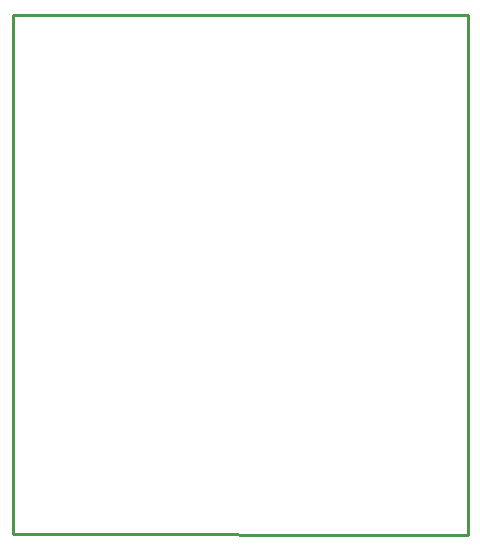
<source format=gko>
G04*
G04 #@! TF.GenerationSoftware,Altium Limited,Altium Designer,20.0.10 (225)*
G04*
G04 Layer_Color=16711935*
%FSLAX25Y25*%
%MOIN*%
G70*
G01*
G75*
%ADD31C,0.01000*%
D31*
X0Y0D02*
Y173228D01*
X151575D01*
Y-394D02*
Y173228D01*
X0Y0D02*
X151575Y-394D01*
M02*

</source>
